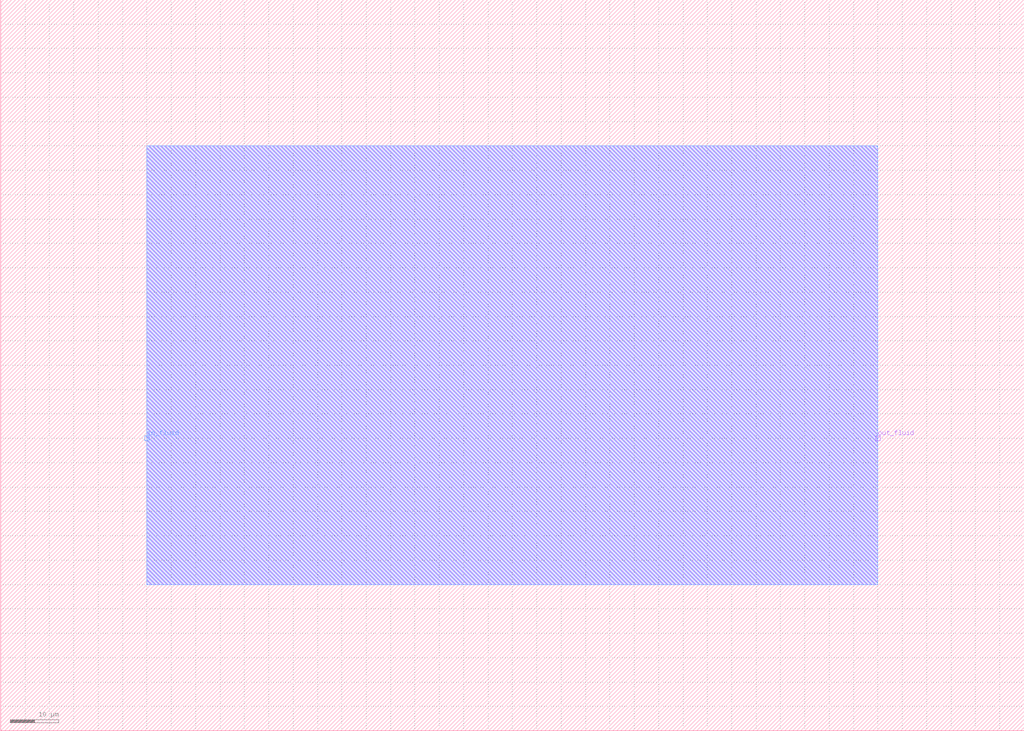
<source format=lef>

MACRO directional_res_400nl
  CLASS CORE ;
  ORIGIN  0 0 ;
  FOREIGN directional_res_400nl 0 0 ;
  SIZE 210 BY 150 ;
  SYMMETRY X Y ;
  SITE CoreSite ;
  PIN in_fluid
    DIRECTION INPUT ;
    USE SIGNAL ;
    PORT
      LAYER met4 ;
        RECT 29.5 59.5 30.5 60.5 ;
    END
  END in_fluid
  PIN out_fluid
    DIRECTION OUTPUT ;
    USE SIGNAL ;
    PORT
      LAYER met1 ;
        RECT 179.5 59.5 180.5 60.5 ;
    END
  END out_fluid
  OBS
    LAYER met1 ;
      RECT 30 30 180 120 ;
    LAYER met2 ;
      RECT 30 30 180 120 ;
    LAYER met3 ;
      RECT 30 30 180 120 ;
    LAYER met4 ;
      RECT 30 30 180 120 ;
  END
  PROPERTY CatenaDesignType "deviceLevel" ;
END directional_res_400nl

</source>
